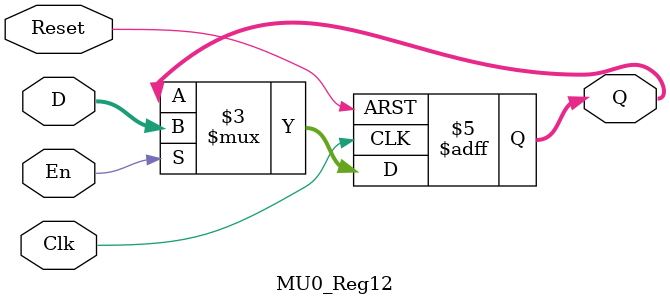
<source format=v>

`timescale 1ns/100ps

// for simulation purposes, do not delete
`default_nettype none

// module definition

module MU0_Reg12 (
input  wire        Clk, 
input  wire        Reset,     
input  wire        En, 
input  wire [11:0] D, 
output reg  [11:0] Q
);

// behavioural code - clock driven

always @ (posedge Clk or posedge Reset)
if (Reset)
Q <= 12'h000;  // Reset Q to 12'h000
else if (En)
Q <= D;        // Load D into Q when En is high
else
Q <= Q;        // Hold Q value when En is low

endmodule 

// for simulation purposes, do not delete
`default_nettype wire

</source>
